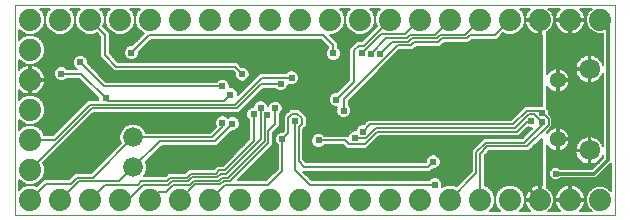
<source format=gbl>
G75*
%MOIN*%
%OFA0B0*%
%FSLAX25Y25*%
%IPPOS*%
%LPD*%
%AMOC8*
5,1,8,0,0,1.08239X$1,22.5*
%
%ADD10C,0.00000*%
%ADD11C,0.06600*%
%ADD12C,0.07400*%
%ADD13C,0.06791*%
%ADD14C,0.05346*%
%ADD15C,0.00600*%
%ADD16C,0.02381*%
%ADD17C,0.01200*%
D10*
X0027595Y0221800D02*
X0027595Y0291800D01*
X0227595Y0291800D01*
X0227595Y0221800D01*
X0027595Y0221800D01*
D11*
X0066995Y0237600D03*
X0066995Y0247600D03*
D12*
X0032595Y0246800D03*
X0032595Y0236800D03*
X0032595Y0226800D03*
X0042595Y0226800D03*
X0052595Y0226800D03*
X0062595Y0226800D03*
X0072595Y0226800D03*
X0082595Y0226800D03*
X0092595Y0226800D03*
X0102595Y0226800D03*
X0112595Y0226800D03*
X0122595Y0226800D03*
X0132595Y0226800D03*
X0142595Y0226800D03*
X0152595Y0226800D03*
X0162595Y0226800D03*
X0172595Y0226800D03*
X0182595Y0226800D03*
X0192595Y0226800D03*
X0202595Y0226800D03*
X0212595Y0226800D03*
X0222595Y0226800D03*
X0222595Y0286800D03*
X0212595Y0286800D03*
X0202595Y0286800D03*
X0192595Y0286800D03*
X0182595Y0286800D03*
X0172595Y0286800D03*
X0162595Y0286800D03*
X0152595Y0286800D03*
X0142595Y0286800D03*
X0132595Y0286800D03*
X0122595Y0286800D03*
X0112595Y0286800D03*
X0102595Y0286800D03*
X0092595Y0286800D03*
X0082595Y0286800D03*
X0072595Y0286800D03*
X0062595Y0286800D03*
X0052595Y0286800D03*
X0042595Y0286800D03*
X0032595Y0286800D03*
X0032595Y0276800D03*
X0032595Y0266800D03*
X0032595Y0256800D03*
D13*
X0219098Y0270352D03*
X0219098Y0243226D03*
D14*
X0208468Y0246946D03*
X0208468Y0266631D03*
D15*
X0208768Y0266688D02*
X0216151Y0266688D01*
X0216038Y0266770D02*
X0216636Y0266336D01*
X0217295Y0266000D01*
X0217998Y0265772D01*
X0218728Y0265656D01*
X0218798Y0265656D01*
X0218798Y0270052D01*
X0219397Y0270052D01*
X0219397Y0265656D01*
X0219467Y0265656D01*
X0220197Y0265772D01*
X0220900Y0266000D01*
X0221559Y0266336D01*
X0222157Y0266770D01*
X0222679Y0267293D01*
X0223114Y0267891D01*
X0223449Y0268549D01*
X0223595Y0268999D01*
X0223595Y0244579D01*
X0223449Y0245028D01*
X0223114Y0245687D01*
X0222679Y0246285D01*
X0222157Y0246808D01*
X0221559Y0247242D01*
X0220900Y0247578D01*
X0220197Y0247806D01*
X0219467Y0247922D01*
X0219397Y0247922D01*
X0219397Y0243526D01*
X0218798Y0243526D01*
X0218798Y0247922D01*
X0218728Y0247922D01*
X0217998Y0247806D01*
X0217295Y0247578D01*
X0216636Y0247242D01*
X0216038Y0246808D01*
X0215516Y0246285D01*
X0215081Y0245687D01*
X0214746Y0245028D01*
X0214517Y0244326D01*
X0214402Y0243596D01*
X0214402Y0243526D01*
X0218797Y0243526D01*
X0218797Y0242926D01*
X0214402Y0242926D01*
X0214402Y0242856D01*
X0214517Y0242126D01*
X0214746Y0241423D01*
X0215081Y0240765D01*
X0215516Y0240167D01*
X0216038Y0239644D01*
X0216636Y0239210D01*
X0217295Y0238874D01*
X0217998Y0238646D01*
X0218728Y0238530D01*
X0218798Y0238530D01*
X0218798Y0242926D01*
X0219397Y0242926D01*
X0219397Y0238530D01*
X0219467Y0238530D01*
X0220197Y0238646D01*
X0220900Y0238874D01*
X0221559Y0239210D01*
X0222157Y0239644D01*
X0222679Y0240167D01*
X0223114Y0240765D01*
X0223449Y0241423D01*
X0223595Y0241873D01*
X0223595Y0240621D01*
X0219974Y0237000D01*
X0209252Y0237000D01*
X0208661Y0237591D01*
X0206929Y0237591D01*
X0205705Y0236366D01*
X0205705Y0234634D01*
X0206929Y0233409D01*
X0208661Y0233409D01*
X0209252Y0234000D01*
X0221216Y0234000D01*
X0226295Y0239079D01*
X0226295Y0229605D01*
X0225201Y0230700D01*
X0223510Y0231400D01*
X0221680Y0231400D01*
X0219989Y0230700D01*
X0218695Y0229406D01*
X0217995Y0227715D01*
X0217995Y0225885D01*
X0218695Y0224194D01*
X0219790Y0223100D01*
X0215966Y0223100D01*
X0216409Y0223543D01*
X0216872Y0224179D01*
X0217229Y0224881D01*
X0217472Y0225629D01*
X0217595Y0226406D01*
X0217595Y0226500D01*
X0212895Y0226500D01*
X0212895Y0227100D01*
X0212295Y0227100D01*
X0212295Y0226500D01*
X0207595Y0226500D01*
X0207595Y0226406D01*
X0207718Y0225629D01*
X0207961Y0224881D01*
X0208319Y0224179D01*
X0208781Y0223543D01*
X0209224Y0223100D01*
X0205400Y0223100D01*
X0206495Y0224194D01*
X0207195Y0225885D01*
X0207195Y0227715D01*
X0206495Y0229406D01*
X0205201Y0230700D01*
X0204995Y0230785D01*
X0204995Y0244992D01*
X0205381Y0244414D01*
X0205935Y0243860D01*
X0206586Y0243425D01*
X0207309Y0243126D01*
X0208076Y0242973D01*
X0208168Y0242973D01*
X0208168Y0246646D01*
X0208768Y0246646D01*
X0208768Y0247246D01*
X0212441Y0247246D01*
X0212441Y0247338D01*
X0212288Y0248105D01*
X0211989Y0248828D01*
X0211554Y0249479D01*
X0211000Y0250033D01*
X0210350Y0250467D01*
X0209627Y0250767D01*
X0208859Y0250920D01*
X0208768Y0250920D01*
X0208768Y0247247D01*
X0208168Y0247247D01*
X0208168Y0250920D01*
X0208076Y0250920D01*
X0207309Y0250767D01*
X0206586Y0250467D01*
X0205935Y0250033D01*
X0205381Y0249479D01*
X0204995Y0248901D01*
X0204995Y0249546D01*
X0206686Y0251237D01*
X0206686Y0254206D01*
X0205445Y0255447D01*
X0205445Y0256588D01*
X0204995Y0257038D01*
X0204995Y0264677D01*
X0205381Y0264099D01*
X0205935Y0263545D01*
X0206586Y0263110D01*
X0207309Y0262811D01*
X0208076Y0262658D01*
X0208168Y0262658D01*
X0208168Y0266331D01*
X0208768Y0266331D01*
X0208768Y0266931D01*
X0212441Y0266931D01*
X0212441Y0267023D01*
X0212288Y0267790D01*
X0211989Y0268514D01*
X0211554Y0269164D01*
X0211000Y0269718D01*
X0210350Y0270153D01*
X0209627Y0270452D01*
X0208859Y0270605D01*
X0208768Y0270605D01*
X0208768Y0266932D01*
X0208168Y0266932D01*
X0208168Y0270605D01*
X0208076Y0270605D01*
X0207309Y0270452D01*
X0206586Y0270153D01*
X0205935Y0269718D01*
X0205381Y0269164D01*
X0204995Y0268586D01*
X0204995Y0282815D01*
X0205201Y0282900D01*
X0206495Y0284194D01*
X0207195Y0285885D01*
X0207195Y0287715D01*
X0206495Y0289406D01*
X0205400Y0290500D01*
X0209224Y0290500D01*
X0208781Y0290057D01*
X0208319Y0289421D01*
X0207961Y0288719D01*
X0207718Y0287971D01*
X0207595Y0287194D01*
X0207595Y0287100D01*
X0212295Y0287100D01*
X0212295Y0286500D01*
X0207595Y0286500D01*
X0207595Y0286406D01*
X0207718Y0285629D01*
X0207961Y0284881D01*
X0208319Y0284179D01*
X0208781Y0283543D01*
X0209338Y0282986D01*
X0209975Y0282524D01*
X0210676Y0282166D01*
X0211424Y0281923D01*
X0212202Y0281800D01*
X0212295Y0281800D01*
X0212295Y0286500D01*
X0212895Y0286500D01*
X0212895Y0281800D01*
X0212989Y0281800D01*
X0213766Y0281923D01*
X0214514Y0282166D01*
X0215216Y0282524D01*
X0215852Y0282986D01*
X0216409Y0283543D01*
X0216872Y0284179D01*
X0217229Y0284881D01*
X0217472Y0285629D01*
X0217595Y0286406D01*
X0217595Y0286500D01*
X0212895Y0286500D01*
X0212895Y0287100D01*
X0217595Y0287100D01*
X0217595Y0287194D01*
X0217472Y0287971D01*
X0217229Y0288719D01*
X0216872Y0289421D01*
X0216409Y0290057D01*
X0215966Y0290500D01*
X0219790Y0290500D01*
X0218695Y0289406D01*
X0217995Y0287715D01*
X0217995Y0285885D01*
X0218695Y0284194D01*
X0219989Y0282900D01*
X0221680Y0282200D01*
X0223510Y0282200D01*
X0223595Y0282235D01*
X0223595Y0271705D01*
X0223449Y0272154D01*
X0223114Y0272813D01*
X0222679Y0273411D01*
X0222157Y0273934D01*
X0221559Y0274368D01*
X0220900Y0274704D01*
X0220197Y0274932D01*
X0219467Y0275048D01*
X0219397Y0275048D01*
X0219397Y0270652D01*
X0218798Y0270652D01*
X0218798Y0275048D01*
X0218728Y0275048D01*
X0217998Y0274932D01*
X0217295Y0274704D01*
X0216636Y0274368D01*
X0216038Y0273934D01*
X0215516Y0273411D01*
X0215081Y0272813D01*
X0214746Y0272154D01*
X0214517Y0271452D01*
X0214402Y0270722D01*
X0214402Y0270652D01*
X0218797Y0270652D01*
X0218797Y0270052D01*
X0214402Y0270052D01*
X0214402Y0269982D01*
X0214517Y0269252D01*
X0214746Y0268549D01*
X0215081Y0267891D01*
X0215516Y0267293D01*
X0216038Y0266770D01*
X0215522Y0267287D02*
X0212388Y0267287D01*
X0212249Y0267885D02*
X0215085Y0267885D01*
X0214779Y0268484D02*
X0212001Y0268484D01*
X0211608Y0269082D02*
X0214573Y0269082D01*
X0214450Y0269681D02*
X0211037Y0269681D01*
X0210043Y0270279D02*
X0218797Y0270279D01*
X0218798Y0269681D02*
X0219397Y0269681D01*
X0219397Y0269082D02*
X0218798Y0269082D01*
X0218798Y0268484D02*
X0219397Y0268484D01*
X0219397Y0267885D02*
X0218798Y0267885D01*
X0218798Y0267287D02*
X0219397Y0267287D01*
X0219397Y0266688D02*
X0218798Y0266688D01*
X0218798Y0266090D02*
X0219397Y0266090D01*
X0221076Y0266090D02*
X0223595Y0266090D01*
X0223595Y0266688D02*
X0222044Y0266688D01*
X0222673Y0267287D02*
X0223595Y0267287D01*
X0223595Y0267885D02*
X0223110Y0267885D01*
X0223416Y0268484D02*
X0223595Y0268484D01*
X0223595Y0265491D02*
X0212292Y0265491D01*
X0212288Y0265473D02*
X0212441Y0266240D01*
X0212441Y0266331D01*
X0208768Y0266331D01*
X0208768Y0262658D01*
X0208859Y0262658D01*
X0209627Y0262811D01*
X0210350Y0263110D01*
X0211000Y0263545D01*
X0211554Y0264099D01*
X0211989Y0264749D01*
X0212288Y0265473D01*
X0212048Y0264893D02*
X0223595Y0264893D01*
X0223595Y0264294D02*
X0211684Y0264294D01*
X0211151Y0263696D02*
X0223595Y0263696D01*
X0223595Y0263097D02*
X0210318Y0263097D01*
X0208768Y0263097D02*
X0208168Y0263097D01*
X0208168Y0263696D02*
X0208768Y0263696D01*
X0208768Y0264294D02*
X0208168Y0264294D01*
X0208168Y0264893D02*
X0208768Y0264893D01*
X0208768Y0265491D02*
X0208168Y0265491D01*
X0208168Y0266090D02*
X0208768Y0266090D01*
X0208768Y0267287D02*
X0208168Y0267287D01*
X0208168Y0267885D02*
X0208768Y0267885D01*
X0208768Y0268484D02*
X0208168Y0268484D01*
X0208168Y0269082D02*
X0208768Y0269082D01*
X0208768Y0269681D02*
X0208168Y0269681D01*
X0208168Y0270279D02*
X0208768Y0270279D01*
X0206892Y0270279D02*
X0204995Y0270279D01*
X0204995Y0269681D02*
X0205898Y0269681D01*
X0205327Y0269082D02*
X0204995Y0269082D01*
X0204995Y0270878D02*
X0214427Y0270878D01*
X0214526Y0271476D02*
X0204995Y0271476D01*
X0204995Y0272075D02*
X0214720Y0272075D01*
X0215010Y0272673D02*
X0204995Y0272673D01*
X0204995Y0273272D02*
X0215415Y0273272D01*
X0215975Y0273870D02*
X0204995Y0273870D01*
X0204995Y0274469D02*
X0216835Y0274469D01*
X0218798Y0274469D02*
X0219397Y0274469D01*
X0219397Y0273870D02*
X0218798Y0273870D01*
X0218798Y0273272D02*
X0219397Y0273272D01*
X0219397Y0272673D02*
X0218798Y0272673D01*
X0218798Y0272075D02*
X0219397Y0272075D01*
X0219397Y0271476D02*
X0218798Y0271476D01*
X0218798Y0270878D02*
X0219397Y0270878D01*
X0221360Y0274469D02*
X0223595Y0274469D01*
X0223595Y0273870D02*
X0222220Y0273870D01*
X0222780Y0273272D02*
X0223595Y0273272D01*
X0223595Y0272673D02*
X0223185Y0272673D01*
X0223475Y0272075D02*
X0223595Y0272075D01*
X0223595Y0275068D02*
X0204995Y0275068D01*
X0204995Y0275666D02*
X0223595Y0275666D01*
X0223595Y0276265D02*
X0204995Y0276265D01*
X0204995Y0276863D02*
X0223595Y0276863D01*
X0223595Y0277462D02*
X0204995Y0277462D01*
X0204995Y0278060D02*
X0223595Y0278060D01*
X0223595Y0278659D02*
X0204995Y0278659D01*
X0204995Y0279257D02*
X0223595Y0279257D01*
X0223595Y0279856D02*
X0204995Y0279856D01*
X0204995Y0280454D02*
X0223595Y0280454D01*
X0223595Y0281053D02*
X0204995Y0281053D01*
X0204995Y0281651D02*
X0223595Y0281651D01*
X0221560Y0282250D02*
X0214678Y0282250D01*
X0215662Y0282848D02*
X0220115Y0282848D01*
X0219443Y0283447D02*
X0216313Y0283447D01*
X0216774Y0284045D02*
X0218845Y0284045D01*
X0218509Y0284644D02*
X0217108Y0284644D01*
X0217346Y0285242D02*
X0218261Y0285242D01*
X0218013Y0285841D02*
X0217506Y0285841D01*
X0217595Y0286439D02*
X0217995Y0286439D01*
X0217995Y0287038D02*
X0212895Y0287038D01*
X0212895Y0286439D02*
X0212295Y0286439D01*
X0212295Y0285841D02*
X0212895Y0285841D01*
X0212895Y0285242D02*
X0212295Y0285242D01*
X0212295Y0284644D02*
X0212895Y0284644D01*
X0212895Y0284045D02*
X0212295Y0284045D01*
X0212295Y0283447D02*
X0212895Y0283447D01*
X0212895Y0282848D02*
X0212295Y0282848D01*
X0212295Y0282250D02*
X0212895Y0282250D01*
X0210512Y0282250D02*
X0204995Y0282250D01*
X0205075Y0282848D02*
X0209528Y0282848D01*
X0208877Y0283447D02*
X0205747Y0283447D01*
X0206346Y0284045D02*
X0208416Y0284045D01*
X0208082Y0284644D02*
X0206681Y0284644D01*
X0206929Y0285242D02*
X0207844Y0285242D01*
X0207685Y0285841D02*
X0207177Y0285841D01*
X0207195Y0286439D02*
X0207595Y0286439D01*
X0207195Y0287038D02*
X0212295Y0287038D01*
X0208762Y0290030D02*
X0205870Y0290030D01*
X0206469Y0289432D02*
X0208327Y0289432D01*
X0208020Y0288833D02*
X0206732Y0288833D01*
X0206980Y0288235D02*
X0207804Y0288235D01*
X0207665Y0287636D02*
X0207195Y0287636D01*
X0202895Y0286500D02*
X0202895Y0281800D01*
X0202989Y0281800D01*
X0203095Y0281817D01*
X0203095Y0258213D01*
X0202859Y0258213D01*
X0202640Y0258122D01*
X0197654Y0258122D01*
X0193032Y0253500D01*
X0145332Y0253500D01*
X0144395Y0252563D01*
X0143823Y0251991D01*
X0143100Y0251991D01*
X0142184Y0251611D01*
X0141484Y0250911D01*
X0141105Y0249995D01*
X0141105Y0249891D01*
X0140500Y0249891D01*
X0139584Y0249511D01*
X0138884Y0248811D01*
X0138522Y0247936D01*
X0138258Y0248200D01*
X0130717Y0248200D01*
X0130206Y0248711D01*
X0129291Y0249091D01*
X0128300Y0249091D01*
X0127384Y0248711D01*
X0126684Y0248011D01*
X0126305Y0247095D01*
X0126305Y0246105D01*
X0126684Y0245189D01*
X0127384Y0244489D01*
X0128300Y0244109D01*
X0129291Y0244109D01*
X0130206Y0244489D01*
X0130717Y0245000D01*
X0136932Y0245000D01*
X0137295Y0244637D01*
X0138232Y0243700D01*
X0144758Y0243700D01*
X0148958Y0247900D01*
X0195458Y0247900D01*
X0196395Y0248837D01*
X0198540Y0250983D01*
X0199200Y0250709D01*
X0199998Y0250709D01*
X0196689Y0247400D01*
X0183898Y0247400D01*
X0182961Y0246463D01*
X0179795Y0243297D01*
X0179795Y0236263D01*
X0174822Y0231290D01*
X0173590Y0231800D01*
X0171601Y0231800D01*
X0170020Y0231145D01*
X0170086Y0231305D01*
X0170086Y0232295D01*
X0169707Y0233211D01*
X0169006Y0233911D01*
X0168091Y0234291D01*
X0167100Y0234291D01*
X0166184Y0233911D01*
X0165673Y0233400D01*
X0126458Y0233400D01*
X0123658Y0236200D01*
X0166058Y0236200D01*
X0166767Y0236909D01*
X0167491Y0236909D01*
X0168406Y0237289D01*
X0169107Y0237989D01*
X0169486Y0238905D01*
X0169486Y0239895D01*
X0169107Y0240811D01*
X0168406Y0241511D01*
X0167491Y0241891D01*
X0166500Y0241891D01*
X0165584Y0241511D01*
X0164884Y0240811D01*
X0164505Y0239895D01*
X0164505Y0239400D01*
X0124658Y0239400D01*
X0123695Y0240363D01*
X0123695Y0250381D01*
X0124786Y0251471D01*
X0124786Y0254572D01*
X0123848Y0255509D01*
X0122367Y0256991D01*
X0119366Y0256991D01*
X0118429Y0256053D01*
X0118042Y0255666D01*
X0117105Y0254729D01*
X0117105Y0249672D01*
X0116923Y0249491D01*
X0116200Y0249491D01*
X0115284Y0249111D01*
X0114584Y0248411D01*
X0114205Y0247495D01*
X0114205Y0246505D01*
X0114584Y0245589D01*
X0115095Y0245078D01*
X0115095Y0237163D01*
X0111332Y0233400D01*
X0101858Y0233400D01*
X0112658Y0244200D01*
X0113595Y0245137D01*
X0113595Y0249181D01*
X0115886Y0251471D01*
X0115886Y0255368D01*
X0116407Y0255889D01*
X0116786Y0256805D01*
X0116786Y0257795D01*
X0116407Y0258711D01*
X0115706Y0259411D01*
X0114791Y0259791D01*
X0113800Y0259791D01*
X0112884Y0259411D01*
X0112184Y0258711D01*
X0111916Y0258064D01*
X0111607Y0258811D01*
X0110906Y0259511D01*
X0109991Y0259891D01*
X0109000Y0259891D01*
X0108084Y0259511D01*
X0107384Y0258811D01*
X0107005Y0257895D01*
X0107005Y0257791D01*
X0106700Y0257791D01*
X0105784Y0257411D01*
X0105084Y0256711D01*
X0104705Y0255795D01*
X0104705Y0254805D01*
X0105084Y0253889D01*
X0105595Y0253378D01*
X0105595Y0246963D01*
X0096832Y0238200D01*
X0094944Y0238200D01*
X0094007Y0237263D01*
X0093844Y0237100D01*
X0085541Y0237100D01*
X0084604Y0236163D01*
X0084604Y0236163D01*
X0084241Y0235800D01*
X0078732Y0235800D01*
X0077795Y0234863D01*
X0077795Y0234863D01*
X0077532Y0234600D01*
X0070500Y0234600D01*
X0070895Y0234994D01*
X0071595Y0236685D01*
X0071595Y0238515D01*
X0071179Y0239521D01*
X0076458Y0244800D01*
X0094858Y0244800D01*
X0099767Y0249709D01*
X0100491Y0249709D01*
X0101406Y0250089D01*
X0102107Y0250789D01*
X0102486Y0251705D01*
X0102486Y0252695D01*
X0102107Y0253611D01*
X0101406Y0254311D01*
X0100491Y0254691D01*
X0099500Y0254691D01*
X0098584Y0254311D01*
X0098445Y0254172D01*
X0098106Y0254511D01*
X0097191Y0254891D01*
X0096200Y0254891D01*
X0095284Y0254511D01*
X0094584Y0253811D01*
X0094205Y0252895D01*
X0094205Y0251905D01*
X0094566Y0251033D01*
X0092732Y0249200D01*
X0071311Y0249200D01*
X0070895Y0250206D01*
X0069601Y0251500D01*
X0067910Y0252200D01*
X0066080Y0252200D01*
X0064389Y0251500D01*
X0063095Y0250206D01*
X0062395Y0248515D01*
X0062395Y0246685D01*
X0062812Y0245679D01*
X0052932Y0235800D01*
X0047632Y0235800D01*
X0046695Y0234863D01*
X0045632Y0233800D01*
X0037332Y0233800D01*
X0036395Y0232863D01*
X0034822Y0231290D01*
X0033590Y0231800D01*
X0035427Y0232561D01*
X0036834Y0233968D01*
X0037595Y0235805D01*
X0037595Y0237795D01*
X0037085Y0239027D01*
X0053758Y0255700D01*
X0102158Y0255700D01*
X0110258Y0263800D01*
X0114273Y0263800D01*
X0114784Y0263289D01*
X0115700Y0262909D01*
X0116691Y0262909D01*
X0117606Y0263289D01*
X0118307Y0263989D01*
X0118686Y0264905D01*
X0118686Y0265164D01*
X0119300Y0264909D01*
X0120291Y0264909D01*
X0121206Y0265289D01*
X0121907Y0265989D01*
X0122286Y0266905D01*
X0122286Y0267895D01*
X0121907Y0268811D01*
X0121206Y0269511D01*
X0120291Y0269891D01*
X0119300Y0269891D01*
X0118384Y0269511D01*
X0117973Y0269100D01*
X0109232Y0269100D01*
X0101886Y0261753D01*
X0101886Y0262295D01*
X0101507Y0263211D01*
X0100806Y0263911D01*
X0099891Y0264291D01*
X0099186Y0264291D01*
X0099186Y0265095D01*
X0098807Y0266011D01*
X0098106Y0266711D01*
X0097191Y0267091D01*
X0096200Y0267091D01*
X0095284Y0266711D01*
X0094773Y0266200D01*
X0058058Y0266200D01*
X0051886Y0272372D01*
X0051886Y0273095D01*
X0051507Y0274011D01*
X0050806Y0274711D01*
X0049891Y0275091D01*
X0048900Y0275091D01*
X0047984Y0274711D01*
X0047284Y0274011D01*
X0046905Y0273095D01*
X0046905Y0272105D01*
X0047284Y0271189D01*
X0047984Y0270489D01*
X0048198Y0270400D01*
X0044917Y0270400D01*
X0044406Y0270911D01*
X0043491Y0271291D01*
X0042500Y0271291D01*
X0041584Y0270911D01*
X0040884Y0270211D01*
X0040505Y0269295D01*
X0040505Y0268305D01*
X0040884Y0267389D01*
X0041584Y0266689D01*
X0042500Y0266309D01*
X0043491Y0266309D01*
X0044406Y0266689D01*
X0044917Y0267200D01*
X0048932Y0267200D01*
X0055305Y0260828D01*
X0055305Y0260105D01*
X0036361Y0260105D01*
X0036834Y0259632D02*
X0035427Y0261039D01*
X0033590Y0261800D01*
X0031601Y0261800D01*
X0029763Y0261039D01*
X0028895Y0260171D01*
X0028895Y0263429D01*
X0029338Y0262986D01*
X0029975Y0262524D01*
X0030676Y0262166D01*
X0031424Y0261923D01*
X0032202Y0261800D01*
X0032295Y0261800D01*
X0032295Y0266500D01*
X0032895Y0266500D01*
X0032895Y0261800D01*
X0032989Y0261800D01*
X0033766Y0261923D01*
X0034514Y0262166D01*
X0035216Y0262524D01*
X0035852Y0262986D01*
X0036409Y0263543D01*
X0036872Y0264179D01*
X0037229Y0264881D01*
X0037472Y0265629D01*
X0037595Y0266406D01*
X0037595Y0266500D01*
X0032895Y0266500D01*
X0032895Y0267100D01*
X0032295Y0267100D01*
X0032295Y0271800D01*
X0032202Y0271800D01*
X0031424Y0271677D01*
X0030676Y0271434D01*
X0029975Y0271076D01*
X0029338Y0270614D01*
X0028895Y0270171D01*
X0028895Y0273429D01*
X0029763Y0272561D01*
X0031601Y0271800D01*
X0033590Y0271800D01*
X0035427Y0272561D01*
X0036834Y0273968D01*
X0037595Y0275805D01*
X0037595Y0277795D01*
X0036834Y0279632D01*
X0035427Y0281039D01*
X0033590Y0281800D01*
X0035427Y0282561D01*
X0036834Y0283968D01*
X0037595Y0285805D01*
X0038356Y0283968D01*
X0039763Y0282561D01*
X0041601Y0281800D01*
X0043590Y0281800D01*
X0045427Y0282561D01*
X0046834Y0283968D01*
X0047595Y0285805D01*
X0048356Y0283968D01*
X0049763Y0282561D01*
X0051601Y0281800D01*
X0053590Y0281800D01*
X0054822Y0282310D01*
X0055995Y0281137D01*
X0055995Y0274337D01*
X0060732Y0269600D01*
X0100132Y0269600D01*
X0100805Y0268928D01*
X0100805Y0268205D01*
X0101184Y0267289D01*
X0101884Y0266589D01*
X0102800Y0266209D01*
X0103791Y0266209D01*
X0104706Y0266589D01*
X0105407Y0267289D01*
X0105786Y0268205D01*
X0105786Y0269195D01*
X0105407Y0270111D01*
X0104706Y0270811D01*
X0103791Y0271191D01*
X0103067Y0271191D01*
X0101458Y0272800D01*
X0062058Y0272800D01*
X0059195Y0275663D01*
X0059195Y0282463D01*
X0058258Y0283400D01*
X0057085Y0284573D01*
X0057595Y0285805D01*
X0058356Y0283968D01*
X0059763Y0282561D01*
X0061601Y0281800D01*
X0063590Y0281800D01*
X0065427Y0282561D01*
X0066834Y0283968D01*
X0067595Y0285805D01*
X0068356Y0283968D01*
X0069763Y0282561D01*
X0070562Y0282230D01*
X0066623Y0278291D01*
X0065900Y0278291D01*
X0064984Y0277911D01*
X0064284Y0277211D01*
X0063905Y0276295D01*
X0063905Y0275305D01*
X0064284Y0274389D01*
X0064984Y0273689D01*
X0065900Y0273309D01*
X0066891Y0273309D01*
X0067806Y0273689D01*
X0068507Y0274389D01*
X0068886Y0275305D01*
X0068886Y0276028D01*
X0073058Y0280200D01*
X0129732Y0280200D01*
X0132086Y0277847D01*
X0132086Y0277522D01*
X0131574Y0277011D01*
X0131195Y0276095D01*
X0131195Y0275105D01*
X0131574Y0274189D01*
X0132275Y0273489D01*
X0133190Y0273109D01*
X0134181Y0273109D01*
X0135096Y0273489D01*
X0135797Y0274189D01*
X0136176Y0275105D01*
X0136176Y0276095D01*
X0135797Y0277011D01*
X0135286Y0277522D01*
X0135286Y0279172D01*
X0132658Y0281800D01*
X0133590Y0281800D01*
X0135427Y0282561D01*
X0136834Y0283968D01*
X0137595Y0285805D01*
X0138356Y0283968D01*
X0139763Y0282561D01*
X0141601Y0281800D01*
X0143590Y0281800D01*
X0145427Y0282561D01*
X0146834Y0283968D01*
X0147595Y0285805D01*
X0148106Y0284573D01*
X0143232Y0279700D01*
X0141432Y0279700D01*
X0140495Y0278763D01*
X0139932Y0278200D01*
X0138995Y0277263D01*
X0138995Y0266863D01*
X0134823Y0262691D01*
X0134100Y0262691D01*
X0133184Y0262311D01*
X0132484Y0261611D01*
X0132105Y0260695D01*
X0132105Y0259705D01*
X0132484Y0258789D01*
X0133184Y0258089D01*
X0134100Y0257709D01*
X0135042Y0257709D01*
X0134705Y0256895D01*
X0134705Y0255905D01*
X0135084Y0254989D01*
X0135784Y0254289D01*
X0136700Y0253909D01*
X0137691Y0253909D01*
X0138606Y0254289D01*
X0139307Y0254989D01*
X0139686Y0255905D01*
X0139686Y0256895D01*
X0139307Y0257811D01*
X0138795Y0258322D01*
X0138795Y0259737D01*
X0155758Y0276700D01*
X0160158Y0276700D01*
X0161258Y0277800D01*
X0169258Y0277800D01*
X0170458Y0279000D01*
X0178758Y0279000D01*
X0179958Y0280200D01*
X0188258Y0280200D01*
X0190368Y0282310D01*
X0191601Y0281800D01*
X0193590Y0281800D01*
X0195427Y0282561D01*
X0196834Y0283968D01*
X0197595Y0285805D01*
X0197595Y0287795D01*
X0196834Y0289632D01*
X0195966Y0290500D01*
X0199224Y0290500D01*
X0198781Y0290057D01*
X0198319Y0289421D01*
X0197961Y0288719D01*
X0197718Y0287971D01*
X0197595Y0287194D01*
X0197595Y0287100D01*
X0202295Y0287100D01*
X0202295Y0286500D01*
X0197595Y0286500D01*
X0197595Y0286406D01*
X0197718Y0285629D01*
X0197961Y0284881D01*
X0198319Y0284179D01*
X0198781Y0283543D01*
X0199338Y0282986D01*
X0199975Y0282524D01*
X0200676Y0282166D01*
X0201424Y0281923D01*
X0202202Y0281800D01*
X0202295Y0281800D01*
X0202295Y0286500D01*
X0202895Y0286500D01*
X0202895Y0286439D02*
X0202295Y0286439D01*
X0202295Y0285841D02*
X0202895Y0285841D01*
X0202895Y0285242D02*
X0202295Y0285242D01*
X0202295Y0284644D02*
X0202895Y0284644D01*
X0202895Y0284045D02*
X0202295Y0284045D01*
X0202295Y0283447D02*
X0202895Y0283447D01*
X0202895Y0282848D02*
X0202295Y0282848D01*
X0202295Y0282250D02*
X0202895Y0282250D01*
X0203095Y0281651D02*
X0189709Y0281651D01*
X0189110Y0281053D02*
X0203095Y0281053D01*
X0203095Y0280454D02*
X0188512Y0280454D01*
X0187595Y0281800D02*
X0192595Y0286800D01*
X0197165Y0288833D02*
X0198020Y0288833D01*
X0197804Y0288235D02*
X0197413Y0288235D01*
X0197595Y0287636D02*
X0197665Y0287636D01*
X0197595Y0287038D02*
X0202295Y0287038D01*
X0198762Y0290030D02*
X0196436Y0290030D01*
X0196917Y0289432D02*
X0198327Y0289432D01*
X0197595Y0286439D02*
X0197595Y0286439D01*
X0197595Y0285841D02*
X0197685Y0285841D01*
X0197844Y0285242D02*
X0197362Y0285242D01*
X0197114Y0284644D02*
X0198082Y0284644D01*
X0198416Y0284045D02*
X0196866Y0284045D01*
X0196313Y0283447D02*
X0198877Y0283447D01*
X0199528Y0282848D02*
X0195714Y0282848D01*
X0194675Y0282250D02*
X0200512Y0282250D01*
X0203095Y0279856D02*
X0179613Y0279856D01*
X0179015Y0279257D02*
X0203095Y0279257D01*
X0203095Y0278659D02*
X0170116Y0278659D01*
X0169518Y0278060D02*
X0203095Y0278060D01*
X0203095Y0277462D02*
X0160919Y0277462D01*
X0160321Y0276863D02*
X0203095Y0276863D01*
X0203095Y0276265D02*
X0155322Y0276265D01*
X0154724Y0275666D02*
X0203095Y0275666D01*
X0203095Y0275068D02*
X0154125Y0275068D01*
X0153527Y0274469D02*
X0203095Y0274469D01*
X0203095Y0273870D02*
X0152928Y0273870D01*
X0152330Y0273272D02*
X0203095Y0273272D01*
X0203095Y0272673D02*
X0151731Y0272673D01*
X0151133Y0272075D02*
X0203095Y0272075D01*
X0203095Y0271476D02*
X0150534Y0271476D01*
X0149936Y0270878D02*
X0203095Y0270878D01*
X0203095Y0270279D02*
X0149337Y0270279D01*
X0148739Y0269681D02*
X0203095Y0269681D01*
X0203095Y0269082D02*
X0148140Y0269082D01*
X0147542Y0268484D02*
X0203095Y0268484D01*
X0203095Y0267885D02*
X0146943Y0267885D01*
X0146345Y0267287D02*
X0203095Y0267287D01*
X0203095Y0266688D02*
X0145746Y0266688D01*
X0145148Y0266090D02*
X0203095Y0266090D01*
X0203095Y0265491D02*
X0144549Y0265491D01*
X0143951Y0264893D02*
X0203095Y0264893D01*
X0203095Y0264294D02*
X0143352Y0264294D01*
X0142754Y0263696D02*
X0203095Y0263696D01*
X0203095Y0263097D02*
X0142155Y0263097D01*
X0141557Y0262499D02*
X0203095Y0262499D01*
X0203095Y0261900D02*
X0140958Y0261900D01*
X0140360Y0261302D02*
X0203095Y0261302D01*
X0203095Y0260703D02*
X0139761Y0260703D01*
X0139163Y0260105D02*
X0203095Y0260105D01*
X0203095Y0259506D02*
X0138795Y0259506D01*
X0138795Y0258908D02*
X0203095Y0258908D01*
X0203095Y0258309D02*
X0138808Y0258309D01*
X0139348Y0257711D02*
X0197243Y0257711D01*
X0196645Y0257112D02*
X0139596Y0257112D01*
X0139686Y0256514D02*
X0196046Y0256514D01*
X0195448Y0255915D02*
X0139686Y0255915D01*
X0139442Y0255317D02*
X0194849Y0255317D01*
X0194251Y0254718D02*
X0139035Y0254718D01*
X0138198Y0254120D02*
X0193652Y0254120D01*
X0193054Y0253521D02*
X0124786Y0253521D01*
X0124786Y0252923D02*
X0144755Y0252923D01*
X0144156Y0252324D02*
X0124786Y0252324D01*
X0124786Y0251726D02*
X0142460Y0251726D01*
X0141700Y0251127D02*
X0124441Y0251127D01*
X0123843Y0250529D02*
X0141325Y0250529D01*
X0141105Y0249930D02*
X0123695Y0249930D01*
X0123695Y0249332D02*
X0139404Y0249332D01*
X0138852Y0248733D02*
X0130154Y0248733D01*
X0128795Y0246600D02*
X0137595Y0246600D01*
X0138895Y0245300D01*
X0144095Y0245300D01*
X0148295Y0249500D01*
X0194795Y0249500D01*
X0198495Y0253200D01*
X0199695Y0253200D01*
X0198829Y0255291D02*
X0200705Y0255291D01*
X0203295Y0252700D01*
X0203286Y0252691D01*
X0203286Y0251734D01*
X0197352Y0245800D01*
X0184561Y0245800D01*
X0181395Y0242634D01*
X0181395Y0235600D01*
X0172595Y0226800D01*
X0170577Y0231376D02*
X0170086Y0231376D01*
X0170086Y0231975D02*
X0175507Y0231975D01*
X0176106Y0232573D02*
X0169971Y0232573D01*
X0169723Y0233172D02*
X0176704Y0233172D01*
X0177303Y0233770D02*
X0169147Y0233770D01*
X0167595Y0231800D02*
X0156595Y0231800D01*
X0125795Y0231800D01*
X0120895Y0236700D01*
X0120895Y0253100D01*
X0122095Y0251044D02*
X0122095Y0239700D01*
X0123995Y0237800D01*
X0165395Y0237800D01*
X0166995Y0239400D01*
X0164694Y0240354D02*
X0123704Y0240354D01*
X0123695Y0240952D02*
X0165025Y0240952D01*
X0165680Y0241551D02*
X0123695Y0241551D01*
X0123695Y0242149D02*
X0179795Y0242149D01*
X0179795Y0241551D02*
X0168311Y0241551D01*
X0168965Y0240952D02*
X0179795Y0240952D01*
X0179795Y0240354D02*
X0169296Y0240354D01*
X0169486Y0239755D02*
X0179795Y0239755D01*
X0179795Y0239157D02*
X0169486Y0239157D01*
X0169342Y0238558D02*
X0179795Y0238558D01*
X0179795Y0237960D02*
X0169077Y0237960D01*
X0168479Y0237361D02*
X0179795Y0237361D01*
X0179795Y0236763D02*
X0166621Y0236763D01*
X0166043Y0233770D02*
X0126088Y0233770D01*
X0125489Y0234369D02*
X0177901Y0234369D01*
X0178500Y0234967D02*
X0124891Y0234967D01*
X0124292Y0235566D02*
X0179098Y0235566D01*
X0179697Y0236164D02*
X0123694Y0236164D01*
X0124303Y0239755D02*
X0164505Y0239755D01*
X0174613Y0231376D02*
X0174909Y0231376D01*
X0182595Y0226800D02*
X0182595Y0242137D01*
X0185047Y0244589D01*
X0197395Y0244589D01*
X0198341Y0244589D01*
X0205486Y0251734D01*
X0205486Y0253709D01*
X0203473Y0255722D01*
X0203354Y0255722D01*
X0202554Y0256522D01*
X0198317Y0256522D01*
X0193695Y0251900D01*
X0145995Y0251900D01*
X0143595Y0249500D01*
X0144495Y0247400D02*
X0147795Y0250700D01*
X0194239Y0250700D01*
X0198829Y0255291D01*
X0198086Y0250529D02*
X0199817Y0250529D01*
X0199219Y0249930D02*
X0197488Y0249930D01*
X0196889Y0249332D02*
X0198620Y0249332D01*
X0198022Y0248733D02*
X0196291Y0248733D01*
X0195692Y0248134D02*
X0197423Y0248134D01*
X0196825Y0247536D02*
X0148594Y0247536D01*
X0147995Y0246937D02*
X0183436Y0246937D01*
X0182837Y0246339D02*
X0147397Y0246339D01*
X0146798Y0245740D02*
X0182239Y0245740D01*
X0181640Y0245142D02*
X0146200Y0245142D01*
X0145601Y0244543D02*
X0181042Y0244543D01*
X0180443Y0243945D02*
X0145003Y0243945D01*
X0144495Y0247400D02*
X0140995Y0247400D01*
X0138604Y0248134D02*
X0138323Y0248134D01*
X0137389Y0244543D02*
X0130261Y0244543D01*
X0127330Y0244543D02*
X0123695Y0244543D01*
X0123695Y0243945D02*
X0137987Y0243945D01*
X0126731Y0245142D02*
X0123695Y0245142D01*
X0123695Y0245740D02*
X0126455Y0245740D01*
X0126305Y0246339D02*
X0123695Y0246339D01*
X0123695Y0246937D02*
X0126305Y0246937D01*
X0126487Y0247536D02*
X0123695Y0247536D01*
X0123695Y0248134D02*
X0126807Y0248134D01*
X0127437Y0248733D02*
X0123695Y0248733D01*
X0122095Y0251044D02*
X0123186Y0252134D01*
X0123186Y0253909D01*
X0121705Y0255391D01*
X0120029Y0255391D01*
X0118705Y0254066D01*
X0118705Y0249009D01*
X0116695Y0247000D01*
X0116695Y0236500D01*
X0111995Y0231800D01*
X0097595Y0231800D01*
X0092595Y0226800D01*
X0095998Y0231900D02*
X0087695Y0231900D01*
X0082595Y0226800D01*
X0082595Y0231800D02*
X0085898Y0231800D01*
X0087198Y0233100D01*
X0095501Y0233100D01*
X0096601Y0234200D01*
X0098698Y0234200D01*
X0110795Y0246297D01*
X0110795Y0254300D01*
X0111695Y0255200D01*
X0109495Y0257400D02*
X0109495Y0246900D01*
X0097995Y0235400D01*
X0096104Y0235400D01*
X0095004Y0234300D01*
X0086701Y0234300D01*
X0085401Y0233000D01*
X0079895Y0233000D01*
X0078695Y0231800D01*
X0070195Y0231800D01*
X0065195Y0226800D01*
X0062595Y0226800D01*
X0057595Y0231800D02*
X0052595Y0226800D01*
X0057595Y0231800D02*
X0068495Y0231800D01*
X0069695Y0233000D01*
X0078195Y0233000D01*
X0079395Y0234200D01*
X0084904Y0234200D01*
X0086204Y0235500D01*
X0094507Y0235500D01*
X0095607Y0236600D01*
X0097495Y0236600D01*
X0107195Y0246300D01*
X0107195Y0255300D01*
X0104705Y0255317D02*
X0053374Y0255317D01*
X0052776Y0254718D02*
X0095783Y0254718D01*
X0094893Y0254120D02*
X0052177Y0254120D01*
X0051579Y0253521D02*
X0094464Y0253521D01*
X0094216Y0252923D02*
X0050980Y0252923D01*
X0050382Y0252324D02*
X0094205Y0252324D01*
X0094279Y0251726D02*
X0069055Y0251726D01*
X0069973Y0251127D02*
X0094527Y0251127D01*
X0094061Y0250529D02*
X0070572Y0250529D01*
X0071009Y0249930D02*
X0093462Y0249930D01*
X0092864Y0249332D02*
X0071257Y0249332D01*
X0066995Y0247600D02*
X0093395Y0247600D01*
X0096695Y0250900D01*
X0096695Y0252400D01*
X0097607Y0254718D02*
X0104740Y0254718D01*
X0104988Y0254120D02*
X0101598Y0254120D01*
X0102144Y0253521D02*
X0105452Y0253521D01*
X0105595Y0252923D02*
X0102392Y0252923D01*
X0102486Y0252324D02*
X0105595Y0252324D01*
X0105595Y0251726D02*
X0102486Y0251726D01*
X0102246Y0251127D02*
X0105595Y0251127D01*
X0105595Y0250529D02*
X0101846Y0250529D01*
X0101023Y0249930D02*
X0105595Y0249930D01*
X0105595Y0249332D02*
X0099389Y0249332D01*
X0098791Y0248733D02*
X0105595Y0248733D01*
X0105595Y0248134D02*
X0098192Y0248134D01*
X0097594Y0247536D02*
X0105595Y0247536D01*
X0105570Y0246937D02*
X0096995Y0246937D01*
X0096397Y0246339D02*
X0104971Y0246339D01*
X0104373Y0245740D02*
X0095798Y0245740D01*
X0095200Y0245142D02*
X0103774Y0245142D01*
X0103176Y0244543D02*
X0076201Y0244543D01*
X0075603Y0243945D02*
X0102577Y0243945D01*
X0101979Y0243346D02*
X0075004Y0243346D01*
X0074406Y0242748D02*
X0101380Y0242748D01*
X0100782Y0242149D02*
X0073807Y0242149D01*
X0073209Y0241551D02*
X0100183Y0241551D01*
X0099585Y0240952D02*
X0072610Y0240952D01*
X0072012Y0240354D02*
X0098986Y0240354D01*
X0098388Y0239755D02*
X0071413Y0239755D01*
X0071329Y0239157D02*
X0097789Y0239157D01*
X0097191Y0238558D02*
X0071577Y0238558D01*
X0071595Y0237960D02*
X0094704Y0237960D01*
X0094105Y0237361D02*
X0071595Y0237361D01*
X0071595Y0236763D02*
X0085204Y0236763D01*
X0084605Y0236164D02*
X0071379Y0236164D01*
X0071132Y0235566D02*
X0078498Y0235566D01*
X0077900Y0234967D02*
X0070868Y0234967D01*
X0066995Y0237600D02*
X0075795Y0246400D01*
X0094195Y0246400D01*
X0099995Y0252200D01*
X0102373Y0255915D02*
X0104754Y0255915D01*
X0105002Y0256514D02*
X0102972Y0256514D01*
X0103570Y0257112D02*
X0105485Y0257112D01*
X0106507Y0257711D02*
X0104169Y0257711D01*
X0104767Y0258309D02*
X0107176Y0258309D01*
X0107481Y0258908D02*
X0105366Y0258908D01*
X0105964Y0259506D02*
X0108079Y0259506D01*
X0107161Y0260703D02*
X0132108Y0260703D01*
X0132105Y0260105D02*
X0106563Y0260105D01*
X0107760Y0261302D02*
X0132356Y0261302D01*
X0132773Y0261900D02*
X0108358Y0261900D01*
X0108957Y0262499D02*
X0133637Y0262499D01*
X0135230Y0263097D02*
X0117144Y0263097D01*
X0118013Y0263696D02*
X0135828Y0263696D01*
X0136427Y0264294D02*
X0118433Y0264294D01*
X0118681Y0264893D02*
X0137025Y0264893D01*
X0137624Y0265491D02*
X0121409Y0265491D01*
X0121948Y0266090D02*
X0138222Y0266090D01*
X0138821Y0266688D02*
X0122196Y0266688D01*
X0122286Y0267287D02*
X0138995Y0267287D01*
X0138995Y0267885D02*
X0122286Y0267885D01*
X0122042Y0268484D02*
X0138995Y0268484D01*
X0138995Y0269082D02*
X0121635Y0269082D01*
X0120797Y0269681D02*
X0138995Y0269681D01*
X0138995Y0270279D02*
X0105238Y0270279D01*
X0105585Y0269681D02*
X0118794Y0269681D01*
X0119695Y0267500D02*
X0109895Y0267500D01*
X0100895Y0258500D01*
X0052595Y0258500D01*
X0040895Y0246800D01*
X0032595Y0246800D01*
X0037206Y0248733D02*
X0040565Y0248733D01*
X0040232Y0248400D02*
X0037344Y0248400D01*
X0036834Y0249632D01*
X0035427Y0251039D01*
X0033590Y0251800D01*
X0035427Y0252561D01*
X0036834Y0253968D01*
X0037595Y0255805D01*
X0037595Y0257795D01*
X0036834Y0259632D01*
X0036886Y0259506D02*
X0051339Y0259506D01*
X0050995Y0259163D02*
X0040232Y0248400D01*
X0041164Y0249332D02*
X0036959Y0249332D01*
X0036536Y0249930D02*
X0041762Y0249930D01*
X0042361Y0250529D02*
X0035938Y0250529D01*
X0035214Y0251127D02*
X0042959Y0251127D01*
X0043558Y0251726D02*
X0033769Y0251726D01*
X0033590Y0251800D02*
X0031601Y0251800D01*
X0029763Y0252561D01*
X0028895Y0253429D01*
X0028895Y0250171D01*
X0029763Y0251039D01*
X0031601Y0251800D01*
X0033590Y0251800D01*
X0034855Y0252324D02*
X0044156Y0252324D01*
X0044755Y0252923D02*
X0035789Y0252923D01*
X0036387Y0253521D02*
X0045354Y0253521D01*
X0045952Y0254120D02*
X0036897Y0254120D01*
X0037145Y0254718D02*
X0046551Y0254718D01*
X0047149Y0255317D02*
X0037393Y0255317D01*
X0037595Y0255915D02*
X0047748Y0255915D01*
X0048346Y0256514D02*
X0037595Y0256514D01*
X0037595Y0257112D02*
X0048945Y0257112D01*
X0049543Y0257711D02*
X0037595Y0257711D01*
X0037382Y0258309D02*
X0050142Y0258309D01*
X0050740Y0258908D02*
X0037134Y0258908D01*
X0035763Y0260703D02*
X0055305Y0260703D01*
X0055305Y0260105D02*
X0055306Y0260100D01*
X0051932Y0260100D01*
X0050995Y0259163D01*
X0053095Y0257300D02*
X0101495Y0257300D01*
X0109595Y0265400D01*
X0116195Y0265400D01*
X0115246Y0263097D02*
X0109555Y0263097D01*
X0110154Y0263696D02*
X0114377Y0263696D01*
X0115477Y0259506D02*
X0132187Y0259506D01*
X0132435Y0258908D02*
X0116210Y0258908D01*
X0116573Y0258309D02*
X0132964Y0258309D01*
X0134097Y0257711D02*
X0116786Y0257711D01*
X0116786Y0257112D02*
X0134794Y0257112D01*
X0134705Y0256514D02*
X0122844Y0256514D01*
X0123443Y0255915D02*
X0134705Y0255915D01*
X0134948Y0255317D02*
X0124041Y0255317D01*
X0124640Y0254718D02*
X0135355Y0254718D01*
X0136192Y0254120D02*
X0124786Y0254120D01*
X0118890Y0256514D02*
X0116665Y0256514D01*
X0116417Y0255915D02*
X0118291Y0255915D01*
X0118042Y0255666D02*
X0118042Y0255666D01*
X0117693Y0255317D02*
X0115886Y0255317D01*
X0115886Y0254718D02*
X0117105Y0254718D01*
X0117105Y0254120D02*
X0115886Y0254120D01*
X0115886Y0253521D02*
X0117105Y0253521D01*
X0117105Y0252923D02*
X0115886Y0252923D01*
X0115886Y0252324D02*
X0117105Y0252324D01*
X0117105Y0251726D02*
X0115886Y0251726D01*
X0115541Y0251127D02*
X0117105Y0251127D01*
X0117105Y0250529D02*
X0114943Y0250529D01*
X0114344Y0249930D02*
X0117105Y0249930D01*
X0115816Y0249332D02*
X0113746Y0249332D01*
X0113595Y0248733D02*
X0114906Y0248733D01*
X0114469Y0248134D02*
X0113595Y0248134D01*
X0113595Y0247536D02*
X0114221Y0247536D01*
X0114205Y0246937D02*
X0113595Y0246937D01*
X0113595Y0246339D02*
X0114273Y0246339D01*
X0114521Y0245740D02*
X0113595Y0245740D01*
X0113595Y0245142D02*
X0115031Y0245142D01*
X0115095Y0244543D02*
X0113001Y0244543D01*
X0112403Y0243945D02*
X0115095Y0243945D01*
X0115095Y0243346D02*
X0111804Y0243346D01*
X0111206Y0242748D02*
X0115095Y0242748D01*
X0115095Y0242149D02*
X0110607Y0242149D01*
X0110009Y0241551D02*
X0115095Y0241551D01*
X0115095Y0240952D02*
X0109410Y0240952D01*
X0108812Y0240354D02*
X0115095Y0240354D01*
X0115095Y0239755D02*
X0108213Y0239755D01*
X0107615Y0239157D02*
X0115095Y0239157D01*
X0115095Y0238558D02*
X0107016Y0238558D01*
X0106418Y0237960D02*
X0115095Y0237960D01*
X0115095Y0237361D02*
X0105819Y0237361D01*
X0105221Y0236763D02*
X0114695Y0236763D01*
X0114097Y0236164D02*
X0104622Y0236164D01*
X0104024Y0235566D02*
X0113498Y0235566D01*
X0112900Y0234967D02*
X0103425Y0234967D01*
X0102827Y0234369D02*
X0112301Y0234369D01*
X0111703Y0233770D02*
X0102228Y0233770D01*
X0099195Y0233000D02*
X0111995Y0245800D01*
X0111995Y0249844D01*
X0114286Y0252134D01*
X0114286Y0257291D01*
X0114295Y0257300D01*
X0112017Y0258309D02*
X0111814Y0258309D01*
X0111510Y0258908D02*
X0112381Y0258908D01*
X0113113Y0259506D02*
X0110911Y0259506D01*
X0103828Y0263696D02*
X0101022Y0263696D01*
X0101554Y0263097D02*
X0103230Y0263097D01*
X0102631Y0262499D02*
X0101801Y0262499D01*
X0101886Y0261900D02*
X0102033Y0261900D01*
X0099395Y0261800D02*
X0097395Y0259800D01*
X0058595Y0259800D01*
X0057795Y0260600D01*
X0049595Y0268800D01*
X0042995Y0268800D01*
X0040678Y0267885D02*
X0037486Y0267885D01*
X0037472Y0267971D02*
X0037229Y0268719D01*
X0036872Y0269421D01*
X0036409Y0270057D01*
X0035852Y0270614D01*
X0035216Y0271076D01*
X0034514Y0271434D01*
X0033766Y0271677D01*
X0032989Y0271800D01*
X0032895Y0271800D01*
X0032895Y0267100D01*
X0037595Y0267100D01*
X0037595Y0267194D01*
X0037472Y0267971D01*
X0037305Y0268484D02*
X0040505Y0268484D01*
X0040505Y0269082D02*
X0037044Y0269082D01*
X0036682Y0269681D02*
X0040664Y0269681D01*
X0040952Y0270279D02*
X0036187Y0270279D01*
X0035489Y0270878D02*
X0041551Y0270878D01*
X0044439Y0270878D02*
X0047595Y0270878D01*
X0047165Y0271476D02*
X0034383Y0271476D01*
X0034253Y0272075D02*
X0046917Y0272075D01*
X0046905Y0272673D02*
X0035540Y0272673D01*
X0036138Y0273272D02*
X0046978Y0273272D01*
X0047226Y0273870D02*
X0036737Y0273870D01*
X0037042Y0274469D02*
X0047742Y0274469D01*
X0048844Y0275068D02*
X0037289Y0275068D01*
X0037537Y0275666D02*
X0055995Y0275666D01*
X0055995Y0275068D02*
X0049946Y0275068D01*
X0051048Y0274469D02*
X0055995Y0274469D01*
X0056462Y0273870D02*
X0051565Y0273870D01*
X0051813Y0273272D02*
X0057060Y0273272D01*
X0057659Y0272673D02*
X0051886Y0272673D01*
X0052183Y0272075D02*
X0058257Y0272075D01*
X0058856Y0271476D02*
X0052781Y0271476D01*
X0053380Y0270878D02*
X0059454Y0270878D01*
X0060053Y0270279D02*
X0053978Y0270279D01*
X0054577Y0269681D02*
X0060651Y0269681D01*
X0061395Y0271200D02*
X0057595Y0275000D01*
X0057595Y0281800D01*
X0052595Y0286800D01*
X0048025Y0288833D02*
X0047165Y0288833D01*
X0047413Y0288235D02*
X0047777Y0288235D01*
X0047595Y0287795D02*
X0047595Y0285805D01*
X0047595Y0287795D01*
X0048356Y0289632D01*
X0049224Y0290500D01*
X0045966Y0290500D01*
X0046834Y0289632D01*
X0047595Y0287795D01*
X0047595Y0287636D02*
X0047595Y0287636D01*
X0047595Y0287038D02*
X0047595Y0287038D01*
X0047595Y0286439D02*
X0047595Y0286439D01*
X0047595Y0285841D02*
X0047595Y0285841D01*
X0047362Y0285242D02*
X0047828Y0285242D01*
X0048076Y0284644D02*
X0047114Y0284644D01*
X0046866Y0284045D02*
X0048324Y0284045D01*
X0048877Y0283447D02*
X0046313Y0283447D01*
X0045714Y0282848D02*
X0049476Y0282848D01*
X0050515Y0282250D02*
X0044675Y0282250D01*
X0040515Y0282250D02*
X0034675Y0282250D01*
X0033949Y0281651D02*
X0055481Y0281651D01*
X0055995Y0281053D02*
X0035394Y0281053D01*
X0036012Y0280454D02*
X0055995Y0280454D01*
X0055995Y0279856D02*
X0036611Y0279856D01*
X0036989Y0279257D02*
X0055995Y0279257D01*
X0055995Y0278659D02*
X0037237Y0278659D01*
X0037485Y0278060D02*
X0055995Y0278060D01*
X0055995Y0277462D02*
X0037595Y0277462D01*
X0037595Y0276863D02*
X0055995Y0276863D01*
X0055995Y0276265D02*
X0037595Y0276265D01*
X0032895Y0271476D02*
X0032295Y0271476D01*
X0032295Y0270878D02*
X0032895Y0270878D01*
X0032895Y0270279D02*
X0032295Y0270279D01*
X0032295Y0269681D02*
X0032895Y0269681D01*
X0032895Y0269082D02*
X0032295Y0269082D01*
X0032295Y0268484D02*
X0032895Y0268484D01*
X0032895Y0267885D02*
X0032295Y0267885D01*
X0032295Y0267287D02*
X0032895Y0267287D01*
X0032895Y0266688D02*
X0041585Y0266688D01*
X0040986Y0267287D02*
X0037580Y0267287D01*
X0037545Y0266090D02*
X0050043Y0266090D01*
X0050641Y0265491D02*
X0037427Y0265491D01*
X0037233Y0264893D02*
X0051240Y0264893D01*
X0051838Y0264294D02*
X0036930Y0264294D01*
X0036520Y0263696D02*
X0052437Y0263696D01*
X0053035Y0263097D02*
X0035963Y0263097D01*
X0035167Y0262499D02*
X0053634Y0262499D01*
X0054232Y0261900D02*
X0033622Y0261900D01*
X0032895Y0261900D02*
X0032295Y0261900D01*
X0032295Y0262499D02*
X0032895Y0262499D01*
X0032895Y0263097D02*
X0032295Y0263097D01*
X0032295Y0263696D02*
X0032895Y0263696D01*
X0032895Y0264294D02*
X0032295Y0264294D01*
X0032295Y0264893D02*
X0032895Y0264893D01*
X0032895Y0265491D02*
X0032295Y0265491D01*
X0032295Y0266090D02*
X0032895Y0266090D01*
X0031569Y0261900D02*
X0028895Y0261900D01*
X0028895Y0261302D02*
X0030398Y0261302D01*
X0029427Y0260703D02*
X0028895Y0260703D01*
X0028895Y0262499D02*
X0030023Y0262499D01*
X0029227Y0263097D02*
X0028895Y0263097D01*
X0034793Y0261302D02*
X0054831Y0261302D01*
X0057395Y0264600D02*
X0049395Y0272600D01*
X0055175Y0269082D02*
X0100650Y0269082D01*
X0100805Y0268484D02*
X0055774Y0268484D01*
X0056372Y0267885D02*
X0100937Y0267885D01*
X0101186Y0267287D02*
X0056971Y0267287D01*
X0057570Y0266688D02*
X0095261Y0266688D01*
X0096695Y0264600D02*
X0057395Y0264600D01*
X0061395Y0271200D02*
X0074058Y0271200D01*
X0100795Y0271200D01*
X0103295Y0268700D01*
X0105653Y0267885D02*
X0108018Y0267885D01*
X0107419Y0267287D02*
X0105404Y0267287D01*
X0104806Y0266688D02*
X0106821Y0266688D01*
X0106222Y0266090D02*
X0098727Y0266090D01*
X0099022Y0265491D02*
X0105624Y0265491D01*
X0105025Y0264893D02*
X0099186Y0264893D01*
X0099186Y0264294D02*
X0104427Y0264294D01*
X0101785Y0266688D02*
X0098129Y0266688D01*
X0104545Y0270878D02*
X0138995Y0270878D01*
X0138995Y0271476D02*
X0102781Y0271476D01*
X0102183Y0272075D02*
X0138995Y0272075D01*
X0138995Y0272673D02*
X0101584Y0272673D01*
X0105786Y0269082D02*
X0109215Y0269082D01*
X0108616Y0268484D02*
X0105786Y0268484D01*
X0119695Y0267500D02*
X0119795Y0267400D01*
X0131458Y0274469D02*
X0068540Y0274469D01*
X0068787Y0275068D02*
X0131210Y0275068D01*
X0131195Y0275666D02*
X0068886Y0275666D01*
X0069122Y0276265D02*
X0131265Y0276265D01*
X0131513Y0276863D02*
X0069721Y0276863D01*
X0070319Y0277462D02*
X0132025Y0277462D01*
X0131872Y0278060D02*
X0070918Y0278060D01*
X0071516Y0278659D02*
X0131274Y0278659D01*
X0130675Y0279257D02*
X0072115Y0279257D01*
X0072713Y0279856D02*
X0130077Y0279856D01*
X0130395Y0281800D02*
X0133686Y0278509D01*
X0133686Y0275600D01*
X0135478Y0273870D02*
X0138995Y0273870D01*
X0138995Y0273272D02*
X0134573Y0273272D01*
X0132798Y0273272D02*
X0061586Y0273272D01*
X0060987Y0273870D02*
X0064802Y0273870D01*
X0064251Y0274469D02*
X0060389Y0274469D01*
X0059790Y0275068D02*
X0064003Y0275068D01*
X0063905Y0275666D02*
X0059195Y0275666D01*
X0059195Y0276265D02*
X0063905Y0276265D01*
X0064140Y0276863D02*
X0059195Y0276863D01*
X0059195Y0277462D02*
X0064535Y0277462D01*
X0065343Y0278060D02*
X0059195Y0278060D01*
X0059195Y0278659D02*
X0066991Y0278659D01*
X0067589Y0279257D02*
X0059195Y0279257D01*
X0059195Y0279856D02*
X0068188Y0279856D01*
X0068787Y0280454D02*
X0059195Y0280454D01*
X0059195Y0281053D02*
X0069385Y0281053D01*
X0069984Y0281651D02*
X0059195Y0281651D01*
X0059195Y0282250D02*
X0060515Y0282250D01*
X0059476Y0282848D02*
X0058810Y0282848D01*
X0058877Y0283447D02*
X0058211Y0283447D01*
X0058324Y0284045D02*
X0057613Y0284045D01*
X0058076Y0284644D02*
X0057114Y0284644D01*
X0057362Y0285242D02*
X0057828Y0285242D01*
X0057595Y0285805D02*
X0057595Y0287795D01*
X0058356Y0289632D01*
X0059224Y0290500D01*
X0055966Y0290500D01*
X0056834Y0289632D01*
X0057595Y0287795D01*
X0057595Y0285805D01*
X0057595Y0285841D02*
X0057595Y0285841D01*
X0057595Y0286439D02*
X0057595Y0286439D01*
X0057595Y0287038D02*
X0057595Y0287038D01*
X0057595Y0287636D02*
X0057595Y0287636D01*
X0057413Y0288235D02*
X0057777Y0288235D01*
X0058025Y0288833D02*
X0057165Y0288833D01*
X0056917Y0289432D02*
X0058273Y0289432D01*
X0058754Y0290030D02*
X0056436Y0290030D01*
X0048754Y0290030D02*
X0046436Y0290030D01*
X0046917Y0289432D02*
X0048273Y0289432D01*
X0039224Y0290500D02*
X0038356Y0289632D01*
X0037595Y0287795D01*
X0037595Y0285805D01*
X0037595Y0287795D01*
X0036834Y0289632D01*
X0035966Y0290500D01*
X0039224Y0290500D01*
X0038754Y0290030D02*
X0036436Y0290030D01*
X0036917Y0289432D02*
X0038273Y0289432D01*
X0038025Y0288833D02*
X0037165Y0288833D01*
X0037413Y0288235D02*
X0037777Y0288235D01*
X0037595Y0287636D02*
X0037595Y0287636D01*
X0037595Y0287038D02*
X0037595Y0287038D01*
X0037595Y0286439D02*
X0037595Y0286439D01*
X0037595Y0285841D02*
X0037595Y0285841D01*
X0037362Y0285242D02*
X0037828Y0285242D01*
X0038076Y0284644D02*
X0037114Y0284644D01*
X0036866Y0284045D02*
X0038324Y0284045D01*
X0038877Y0283447D02*
X0036313Y0283447D01*
X0035714Y0282848D02*
X0039476Y0282848D01*
X0033590Y0281800D02*
X0031601Y0281800D01*
X0029763Y0282561D01*
X0028895Y0283429D01*
X0028895Y0280171D01*
X0029763Y0281039D01*
X0031601Y0281800D01*
X0033590Y0281800D01*
X0031241Y0281651D02*
X0028895Y0281651D01*
X0028895Y0281053D02*
X0029796Y0281053D01*
X0029178Y0280454D02*
X0028895Y0280454D01*
X0028895Y0282250D02*
X0030515Y0282250D01*
X0029476Y0282848D02*
X0028895Y0282848D01*
X0028895Y0273272D02*
X0029052Y0273272D01*
X0028895Y0272673D02*
X0029651Y0272673D01*
X0028895Y0272075D02*
X0030937Y0272075D01*
X0030807Y0271476D02*
X0028895Y0271476D01*
X0028895Y0270878D02*
X0029701Y0270878D01*
X0029004Y0270279D02*
X0028895Y0270279D01*
X0044405Y0266688D02*
X0049444Y0266688D01*
X0053095Y0257300D02*
X0032595Y0236800D01*
X0037595Y0236763D02*
X0053895Y0236763D01*
X0054494Y0237361D02*
X0037595Y0237361D01*
X0037527Y0237960D02*
X0055092Y0237960D01*
X0055691Y0238558D02*
X0037279Y0238558D01*
X0037215Y0239157D02*
X0056289Y0239157D01*
X0056888Y0239755D02*
X0037813Y0239755D01*
X0038412Y0240354D02*
X0057486Y0240354D01*
X0058085Y0240952D02*
X0039010Y0240952D01*
X0039609Y0241551D02*
X0058683Y0241551D01*
X0059282Y0242149D02*
X0040207Y0242149D01*
X0040806Y0242748D02*
X0059880Y0242748D01*
X0060479Y0243346D02*
X0041404Y0243346D01*
X0042003Y0243945D02*
X0061077Y0243945D01*
X0061676Y0244543D02*
X0042601Y0244543D01*
X0043200Y0245142D02*
X0062274Y0245142D01*
X0062786Y0245740D02*
X0043798Y0245740D01*
X0044397Y0246339D02*
X0062538Y0246339D01*
X0062395Y0246937D02*
X0044995Y0246937D01*
X0045594Y0247536D02*
X0062395Y0247536D01*
X0062395Y0248134D02*
X0046192Y0248134D01*
X0046791Y0248733D02*
X0062485Y0248733D01*
X0062733Y0249332D02*
X0047389Y0249332D01*
X0047988Y0249930D02*
X0062981Y0249930D01*
X0063418Y0250529D02*
X0048586Y0250529D01*
X0049185Y0251127D02*
X0064017Y0251127D01*
X0064935Y0251726D02*
X0049783Y0251726D01*
X0031421Y0251726D02*
X0028895Y0251726D01*
X0028895Y0252324D02*
X0030335Y0252324D01*
X0029401Y0252923D02*
X0028895Y0252923D01*
X0028895Y0251127D02*
X0029976Y0251127D01*
X0029253Y0250529D02*
X0028895Y0250529D01*
X0037595Y0236164D02*
X0053297Y0236164D01*
X0053595Y0234200D02*
X0066995Y0247600D01*
X0066995Y0237600D02*
X0062395Y0233000D01*
X0048795Y0233000D01*
X0042595Y0226800D01*
X0046295Y0232200D02*
X0037995Y0232200D01*
X0032595Y0226800D01*
X0030577Y0231376D02*
X0028895Y0231376D01*
X0028895Y0230778D02*
X0029502Y0230778D01*
X0029763Y0231039D02*
X0028895Y0230171D01*
X0028895Y0233429D01*
X0029763Y0232561D01*
X0031601Y0231800D01*
X0033590Y0231800D01*
X0031601Y0231800D01*
X0029763Y0231039D01*
X0028903Y0230179D02*
X0028895Y0230179D01*
X0028895Y0231975D02*
X0031179Y0231975D01*
X0029751Y0232573D02*
X0028895Y0232573D01*
X0028895Y0233172D02*
X0029152Y0233172D01*
X0034011Y0231975D02*
X0035507Y0231975D01*
X0035439Y0232573D02*
X0036106Y0232573D01*
X0036038Y0233172D02*
X0036704Y0233172D01*
X0036636Y0233770D02*
X0037303Y0233770D01*
X0037000Y0234369D02*
X0046201Y0234369D01*
X0046800Y0234967D02*
X0037248Y0234967D01*
X0037496Y0235566D02*
X0047398Y0235566D01*
X0048295Y0234200D02*
X0053595Y0234200D01*
X0048295Y0234200D02*
X0046295Y0232200D01*
X0034909Y0231376D02*
X0034613Y0231376D01*
X0072595Y0226800D02*
X0075195Y0229400D01*
X0077995Y0229400D01*
X0080395Y0231800D01*
X0082595Y0231800D01*
X0095998Y0231900D02*
X0097098Y0233000D01*
X0099195Y0233000D01*
X0123695Y0242748D02*
X0179795Y0242748D01*
X0179845Y0243346D02*
X0123695Y0243346D01*
X0137195Y0256400D02*
X0137195Y0260400D01*
X0155095Y0278300D01*
X0159495Y0278300D01*
X0160595Y0279400D01*
X0168595Y0279400D01*
X0169795Y0280600D01*
X0178095Y0280600D01*
X0179295Y0281800D01*
X0187595Y0281800D01*
X0190308Y0282250D02*
X0190515Y0282250D01*
X0182595Y0286800D02*
X0177595Y0281800D01*
X0169295Y0281800D01*
X0168095Y0280600D01*
X0159795Y0280600D01*
X0158695Y0279500D01*
X0153195Y0279500D01*
X0149195Y0275500D01*
X0146195Y0275500D02*
X0151395Y0280700D01*
X0158195Y0280700D01*
X0159295Y0281800D01*
X0167595Y0281800D01*
X0172595Y0286800D01*
X0162595Y0286800D02*
X0157695Y0281900D01*
X0149495Y0281900D01*
X0143195Y0275600D01*
X0143895Y0278100D02*
X0152595Y0286800D01*
X0148025Y0288833D02*
X0147165Y0288833D01*
X0147413Y0288235D02*
X0147777Y0288235D01*
X0147595Y0287795D02*
X0147595Y0285805D01*
X0147595Y0287795D01*
X0148356Y0289632D01*
X0149224Y0290500D01*
X0145966Y0290500D01*
X0146834Y0289632D01*
X0147595Y0287795D01*
X0147595Y0287636D02*
X0147595Y0287636D01*
X0147595Y0287038D02*
X0147595Y0287038D01*
X0147595Y0286439D02*
X0147595Y0286439D01*
X0147595Y0285841D02*
X0147595Y0285841D01*
X0147362Y0285242D02*
X0147828Y0285242D01*
X0148076Y0284644D02*
X0147114Y0284644D01*
X0146866Y0284045D02*
X0147578Y0284045D01*
X0146979Y0283447D02*
X0146313Y0283447D01*
X0146381Y0282848D02*
X0145714Y0282848D01*
X0145782Y0282250D02*
X0144675Y0282250D01*
X0145184Y0281651D02*
X0132807Y0281651D01*
X0133405Y0281053D02*
X0144585Y0281053D01*
X0143987Y0280454D02*
X0134004Y0280454D01*
X0134602Y0279856D02*
X0143388Y0279856D01*
X0143895Y0278100D02*
X0142095Y0278100D01*
X0140595Y0276600D01*
X0140595Y0266200D01*
X0134595Y0260200D01*
X0131893Y0273870D02*
X0067988Y0273870D01*
X0066395Y0275800D02*
X0072395Y0281800D01*
X0130395Y0281800D01*
X0134675Y0282250D02*
X0140515Y0282250D01*
X0139476Y0282848D02*
X0135714Y0282848D01*
X0136313Y0283447D02*
X0138877Y0283447D01*
X0138324Y0284045D02*
X0136866Y0284045D01*
X0137114Y0284644D02*
X0138076Y0284644D01*
X0137828Y0285242D02*
X0137362Y0285242D01*
X0137595Y0285805D02*
X0137595Y0287795D01*
X0138356Y0289632D01*
X0139224Y0290500D01*
X0135966Y0290500D01*
X0136834Y0289632D01*
X0137595Y0287795D01*
X0137595Y0285805D01*
X0137595Y0285841D02*
X0137595Y0285841D01*
X0137595Y0286439D02*
X0137595Y0286439D01*
X0137595Y0287038D02*
X0137595Y0287038D01*
X0137595Y0287636D02*
X0137595Y0287636D01*
X0137413Y0288235D02*
X0137777Y0288235D01*
X0138025Y0288833D02*
X0137165Y0288833D01*
X0136917Y0289432D02*
X0138273Y0289432D01*
X0138754Y0290030D02*
X0136436Y0290030D01*
X0146436Y0290030D02*
X0148754Y0290030D01*
X0148273Y0289432D02*
X0146917Y0289432D01*
X0140989Y0279257D02*
X0135201Y0279257D01*
X0135286Y0278659D02*
X0140391Y0278659D01*
X0139792Y0278060D02*
X0135286Y0278060D01*
X0135346Y0277462D02*
X0139194Y0277462D01*
X0138995Y0276863D02*
X0135858Y0276863D01*
X0136106Y0276265D02*
X0138995Y0276265D01*
X0138995Y0275666D02*
X0136176Y0275666D01*
X0136161Y0275068D02*
X0138995Y0275068D01*
X0138995Y0274469D02*
X0135913Y0274469D01*
X0184195Y0241474D02*
X0185710Y0242989D01*
X0199003Y0242989D01*
X0199941Y0243926D01*
X0203095Y0247081D01*
X0203095Y0231783D01*
X0202989Y0231800D01*
X0202895Y0231800D01*
X0202895Y0227100D01*
X0202295Y0227100D01*
X0202295Y0226500D01*
X0197595Y0226500D01*
X0197595Y0226406D01*
X0197718Y0225629D01*
X0197961Y0224881D01*
X0198319Y0224179D01*
X0198781Y0223543D01*
X0199224Y0223100D01*
X0195966Y0223100D01*
X0196834Y0223968D01*
X0197595Y0225805D01*
X0197595Y0227795D01*
X0196834Y0229632D01*
X0195427Y0231039D01*
X0193590Y0231800D01*
X0191601Y0231800D01*
X0189763Y0231039D01*
X0188356Y0229632D01*
X0187595Y0227795D01*
X0186834Y0229632D01*
X0185427Y0231039D01*
X0184195Y0231549D01*
X0184195Y0241474D01*
X0184272Y0241551D02*
X0203095Y0241551D01*
X0203095Y0242149D02*
X0184870Y0242149D01*
X0185469Y0242748D02*
X0203095Y0242748D01*
X0203095Y0243346D02*
X0199361Y0243346D01*
X0199941Y0243926D02*
X0199941Y0243926D01*
X0199959Y0243945D02*
X0203095Y0243945D01*
X0203095Y0244543D02*
X0200558Y0244543D01*
X0201156Y0245142D02*
X0203095Y0245142D01*
X0203095Y0245740D02*
X0201755Y0245740D01*
X0202353Y0246339D02*
X0203095Y0246339D01*
X0203095Y0246937D02*
X0202952Y0246937D01*
X0204995Y0244543D02*
X0205295Y0244543D01*
X0204995Y0243945D02*
X0205850Y0243945D01*
X0204995Y0243346D02*
X0206776Y0243346D01*
X0208168Y0243346D02*
X0208768Y0243346D01*
X0208768Y0242973D02*
X0208859Y0242973D01*
X0209627Y0243126D01*
X0210350Y0243425D01*
X0211000Y0243860D01*
X0211554Y0244414D01*
X0211989Y0245064D01*
X0212288Y0245787D01*
X0212441Y0246555D01*
X0212441Y0246646D01*
X0208768Y0246646D01*
X0208768Y0242973D01*
X0208768Y0243945D02*
X0208168Y0243945D01*
X0208168Y0244543D02*
X0208768Y0244543D01*
X0208768Y0245142D02*
X0208168Y0245142D01*
X0208168Y0245740D02*
X0208768Y0245740D01*
X0208768Y0246339D02*
X0208168Y0246339D01*
X0208768Y0246937D02*
X0216217Y0246937D01*
X0215570Y0246339D02*
X0212398Y0246339D01*
X0212269Y0245740D02*
X0215120Y0245740D01*
X0214804Y0245142D02*
X0212021Y0245142D01*
X0211640Y0244543D02*
X0214588Y0244543D01*
X0214457Y0243945D02*
X0211085Y0243945D01*
X0210159Y0243346D02*
X0218797Y0243346D01*
X0218798Y0242748D02*
X0219397Y0242748D01*
X0219397Y0242149D02*
X0218798Y0242149D01*
X0218798Y0241551D02*
X0219397Y0241551D01*
X0219397Y0240952D02*
X0218798Y0240952D01*
X0218798Y0240354D02*
X0219397Y0240354D01*
X0219397Y0239755D02*
X0218798Y0239755D01*
X0218798Y0239157D02*
X0219397Y0239157D01*
X0219397Y0238558D02*
X0218798Y0238558D01*
X0218551Y0238558D02*
X0204995Y0238558D01*
X0204995Y0237960D02*
X0220934Y0237960D01*
X0221532Y0238558D02*
X0219644Y0238558D01*
X0220335Y0237361D02*
X0208890Y0237361D01*
X0206700Y0237361D02*
X0204995Y0237361D01*
X0204995Y0236763D02*
X0206101Y0236763D01*
X0205705Y0236164D02*
X0204995Y0236164D01*
X0204995Y0235566D02*
X0205705Y0235566D01*
X0205705Y0234967D02*
X0204995Y0234967D01*
X0204995Y0234369D02*
X0205970Y0234369D01*
X0206568Y0233770D02*
X0204995Y0233770D01*
X0204995Y0233172D02*
X0226295Y0233172D01*
X0226295Y0233770D02*
X0209022Y0233770D01*
X0210563Y0231376D02*
X0204995Y0231376D01*
X0205013Y0230778D02*
X0209563Y0230778D01*
X0209338Y0230614D02*
X0208781Y0230057D01*
X0208319Y0229421D01*
X0207961Y0228719D01*
X0207718Y0227971D01*
X0207595Y0227194D01*
X0207595Y0227100D01*
X0212295Y0227100D01*
X0212295Y0231800D01*
X0212202Y0231800D01*
X0211424Y0231677D01*
X0210676Y0231434D01*
X0209975Y0231076D01*
X0209338Y0230614D01*
X0208903Y0230179D02*
X0205721Y0230179D01*
X0206320Y0229581D02*
X0208435Y0229581D01*
X0208095Y0228982D02*
X0206670Y0228982D01*
X0206918Y0228384D02*
X0207852Y0228384D01*
X0207689Y0227785D02*
X0207166Y0227785D01*
X0207195Y0227187D02*
X0207595Y0227187D01*
X0207195Y0226588D02*
X0212295Y0226588D01*
X0212295Y0227187D02*
X0212895Y0227187D01*
X0212895Y0227100D02*
X0212895Y0231800D01*
X0212989Y0231800D01*
X0213766Y0231677D01*
X0214514Y0231434D01*
X0215216Y0231076D01*
X0215852Y0230614D01*
X0216409Y0230057D01*
X0216872Y0229421D01*
X0217229Y0228719D01*
X0217472Y0227971D01*
X0217595Y0227194D01*
X0217595Y0227100D01*
X0212895Y0227100D01*
X0212895Y0226588D02*
X0217995Y0226588D01*
X0217995Y0225990D02*
X0217529Y0225990D01*
X0217395Y0225391D02*
X0218200Y0225391D01*
X0218448Y0224793D02*
X0217184Y0224793D01*
X0216879Y0224194D02*
X0218696Y0224194D01*
X0219294Y0223596D02*
X0216447Y0223596D01*
X0217595Y0227187D02*
X0217995Y0227187D01*
X0218024Y0227785D02*
X0217501Y0227785D01*
X0217338Y0228384D02*
X0218272Y0228384D01*
X0218520Y0228982D02*
X0217095Y0228982D01*
X0216755Y0229581D02*
X0218870Y0229581D01*
X0219469Y0230179D02*
X0216287Y0230179D01*
X0215627Y0230778D02*
X0220178Y0230778D01*
X0221623Y0231376D02*
X0214627Y0231376D01*
X0212895Y0231376D02*
X0212295Y0231376D01*
X0212295Y0230778D02*
X0212895Y0230778D01*
X0212895Y0230179D02*
X0212295Y0230179D01*
X0212295Y0229581D02*
X0212895Y0229581D01*
X0212895Y0228982D02*
X0212295Y0228982D01*
X0212295Y0228384D02*
X0212895Y0228384D01*
X0212895Y0227785D02*
X0212295Y0227785D01*
X0207661Y0225990D02*
X0207195Y0225990D01*
X0206991Y0225391D02*
X0207796Y0225391D01*
X0208006Y0224793D02*
X0206743Y0224793D01*
X0206495Y0224194D02*
X0208311Y0224194D01*
X0208743Y0223596D02*
X0205896Y0223596D01*
X0202895Y0227187D02*
X0202295Y0227187D01*
X0202295Y0227100D02*
X0202295Y0231800D01*
X0202202Y0231800D01*
X0201424Y0231677D01*
X0200676Y0231434D01*
X0199975Y0231076D01*
X0199338Y0230614D01*
X0198781Y0230057D01*
X0198319Y0229421D01*
X0197961Y0228719D01*
X0197718Y0227971D01*
X0197595Y0227194D01*
X0197595Y0227100D01*
X0202295Y0227100D01*
X0202295Y0226588D02*
X0197595Y0226588D01*
X0197595Y0225990D02*
X0197661Y0225990D01*
X0197796Y0225391D02*
X0197423Y0225391D01*
X0197176Y0224793D02*
X0198006Y0224793D01*
X0198311Y0224194D02*
X0196928Y0224194D01*
X0196462Y0223596D02*
X0198743Y0223596D01*
X0197595Y0227187D02*
X0197595Y0227187D01*
X0197595Y0227785D02*
X0197689Y0227785D01*
X0197852Y0228384D02*
X0197351Y0228384D01*
X0197103Y0228982D02*
X0198095Y0228982D01*
X0198435Y0229581D02*
X0196855Y0229581D01*
X0196287Y0230179D02*
X0198903Y0230179D01*
X0199563Y0230778D02*
X0195689Y0230778D01*
X0194613Y0231376D02*
X0200563Y0231376D01*
X0202295Y0231376D02*
X0202895Y0231376D01*
X0202895Y0230778D02*
X0202295Y0230778D01*
X0202295Y0230179D02*
X0202895Y0230179D01*
X0202895Y0229581D02*
X0202295Y0229581D01*
X0202295Y0228982D02*
X0202895Y0228982D01*
X0202895Y0228384D02*
X0202295Y0228384D01*
X0202295Y0227785D02*
X0202895Y0227785D01*
X0203095Y0231975D02*
X0184195Y0231975D01*
X0184195Y0232573D02*
X0203095Y0232573D01*
X0203095Y0233172D02*
X0184195Y0233172D01*
X0184195Y0233770D02*
X0203095Y0233770D01*
X0203095Y0234369D02*
X0184195Y0234369D01*
X0184195Y0234967D02*
X0203095Y0234967D01*
X0203095Y0235566D02*
X0184195Y0235566D01*
X0184195Y0236164D02*
X0203095Y0236164D01*
X0203095Y0236763D02*
X0184195Y0236763D01*
X0184195Y0237361D02*
X0203095Y0237361D01*
X0203095Y0237960D02*
X0184195Y0237960D01*
X0184195Y0238558D02*
X0203095Y0238558D01*
X0203095Y0239157D02*
X0184195Y0239157D01*
X0184195Y0239755D02*
X0203095Y0239755D01*
X0203095Y0240354D02*
X0184195Y0240354D01*
X0184195Y0240952D02*
X0203095Y0240952D01*
X0204995Y0240952D02*
X0214986Y0240952D01*
X0214704Y0241551D02*
X0204995Y0241551D01*
X0204995Y0242149D02*
X0214514Y0242149D01*
X0214419Y0242748D02*
X0204995Y0242748D01*
X0204995Y0240354D02*
X0215380Y0240354D01*
X0215927Y0239755D02*
X0204995Y0239755D01*
X0204995Y0239157D02*
X0216741Y0239157D01*
X0221454Y0239157D02*
X0222131Y0239157D01*
X0222268Y0239755D02*
X0222729Y0239755D01*
X0222815Y0240354D02*
X0223328Y0240354D01*
X0223209Y0240952D02*
X0223595Y0240952D01*
X0223595Y0241551D02*
X0223491Y0241551D01*
X0223391Y0245142D02*
X0223595Y0245142D01*
X0223595Y0245740D02*
X0223075Y0245740D01*
X0222625Y0246339D02*
X0223595Y0246339D01*
X0223595Y0246937D02*
X0221978Y0246937D01*
X0220982Y0247536D02*
X0223595Y0247536D01*
X0223595Y0248134D02*
X0212276Y0248134D01*
X0212401Y0247536D02*
X0217213Y0247536D01*
X0218798Y0247536D02*
X0219397Y0247536D01*
X0219397Y0246937D02*
X0218798Y0246937D01*
X0218798Y0246339D02*
X0219397Y0246339D01*
X0219397Y0245740D02*
X0218798Y0245740D01*
X0218798Y0245142D02*
X0219397Y0245142D01*
X0219397Y0244543D02*
X0218798Y0244543D01*
X0218798Y0243945D02*
X0219397Y0243945D01*
X0223595Y0248733D02*
X0212028Y0248733D01*
X0211652Y0249332D02*
X0223595Y0249332D01*
X0223595Y0249930D02*
X0211103Y0249930D01*
X0210202Y0250529D02*
X0223595Y0250529D01*
X0223595Y0251127D02*
X0206576Y0251127D01*
X0206686Y0251726D02*
X0223595Y0251726D01*
X0223595Y0252324D02*
X0206686Y0252324D01*
X0206686Y0252923D02*
X0223595Y0252923D01*
X0223595Y0253521D02*
X0206686Y0253521D01*
X0206686Y0254120D02*
X0223595Y0254120D01*
X0223595Y0254718D02*
X0206174Y0254718D01*
X0205576Y0255317D02*
X0223595Y0255317D01*
X0223595Y0255915D02*
X0205445Y0255915D01*
X0205445Y0256514D02*
X0223595Y0256514D01*
X0223595Y0257112D02*
X0204995Y0257112D01*
X0204995Y0257711D02*
X0223595Y0257711D01*
X0223595Y0258309D02*
X0204995Y0258309D01*
X0204995Y0258908D02*
X0223595Y0258908D01*
X0223595Y0259506D02*
X0204995Y0259506D01*
X0204995Y0260105D02*
X0223595Y0260105D01*
X0223595Y0260703D02*
X0204995Y0260703D01*
X0204995Y0261302D02*
X0223595Y0261302D01*
X0223595Y0261900D02*
X0204995Y0261900D01*
X0204995Y0262499D02*
X0223595Y0262499D01*
X0217119Y0266090D02*
X0212411Y0266090D01*
X0206617Y0263097D02*
X0204995Y0263097D01*
X0204995Y0263696D02*
X0205784Y0263696D01*
X0205251Y0264294D02*
X0204995Y0264294D01*
X0203395Y0252700D02*
X0203345Y0252650D01*
X0203295Y0252700D01*
X0205977Y0250529D02*
X0206733Y0250529D01*
X0205832Y0249930D02*
X0205379Y0249930D01*
X0205283Y0249332D02*
X0204995Y0249332D01*
X0208168Y0249332D02*
X0208768Y0249332D01*
X0208768Y0249930D02*
X0208168Y0249930D01*
X0208168Y0250529D02*
X0208768Y0250529D01*
X0208768Y0248733D02*
X0208168Y0248733D01*
X0208168Y0248134D02*
X0208768Y0248134D01*
X0208768Y0247536D02*
X0208168Y0247536D01*
X0223979Y0236763D02*
X0226295Y0236763D01*
X0226295Y0237361D02*
X0224578Y0237361D01*
X0225176Y0237960D02*
X0226295Y0237960D01*
X0226295Y0238558D02*
X0225775Y0238558D01*
X0226295Y0236164D02*
X0223381Y0236164D01*
X0222782Y0235566D02*
X0226295Y0235566D01*
X0226295Y0234967D02*
X0222184Y0234967D01*
X0221585Y0234369D02*
X0226295Y0234369D01*
X0226295Y0232573D02*
X0204995Y0232573D01*
X0204995Y0231975D02*
X0226295Y0231975D01*
X0226295Y0231376D02*
X0223568Y0231376D01*
X0225013Y0230778D02*
X0226295Y0230778D01*
X0226295Y0230179D02*
X0225721Y0230179D01*
X0190577Y0231376D02*
X0184613Y0231376D01*
X0185689Y0230778D02*
X0189502Y0230778D01*
X0188903Y0230179D02*
X0186287Y0230179D01*
X0186855Y0229581D02*
X0188335Y0229581D01*
X0188087Y0228982D02*
X0187103Y0228982D01*
X0187351Y0228384D02*
X0187839Y0228384D01*
X0187595Y0227795D02*
X0187595Y0225805D01*
X0186834Y0223968D01*
X0185966Y0223100D01*
X0189224Y0223100D01*
X0188356Y0223968D01*
X0187595Y0225805D01*
X0187595Y0227795D01*
X0187595Y0227785D02*
X0187595Y0227785D01*
X0187595Y0227187D02*
X0187595Y0227187D01*
X0187595Y0226588D02*
X0187595Y0226588D01*
X0187595Y0225990D02*
X0187595Y0225990D01*
X0187423Y0225391D02*
X0187767Y0225391D01*
X0188015Y0224793D02*
X0187176Y0224793D01*
X0186928Y0224194D02*
X0188263Y0224194D01*
X0188729Y0223596D02*
X0186462Y0223596D01*
X0070515Y0282250D02*
X0064675Y0282250D01*
X0065714Y0282848D02*
X0069476Y0282848D01*
X0068877Y0283447D02*
X0066313Y0283447D01*
X0066866Y0284045D02*
X0068324Y0284045D01*
X0068076Y0284644D02*
X0067114Y0284644D01*
X0067362Y0285242D02*
X0067828Y0285242D01*
X0067595Y0285805D02*
X0067595Y0287795D01*
X0068356Y0289632D01*
X0069224Y0290500D01*
X0065966Y0290500D01*
X0066834Y0289632D01*
X0067595Y0287795D01*
X0067595Y0285805D01*
X0067595Y0285841D02*
X0067595Y0285841D01*
X0067595Y0286439D02*
X0067595Y0286439D01*
X0067595Y0287038D02*
X0067595Y0287038D01*
X0067595Y0287636D02*
X0067595Y0287636D01*
X0067413Y0288235D02*
X0067777Y0288235D01*
X0068025Y0288833D02*
X0067165Y0288833D01*
X0066917Y0289432D02*
X0068273Y0289432D01*
X0068754Y0290030D02*
X0066436Y0290030D01*
X0054883Y0282250D02*
X0054675Y0282250D01*
X0216429Y0290030D02*
X0219320Y0290030D01*
X0218722Y0289432D02*
X0216863Y0289432D01*
X0217171Y0288833D02*
X0218458Y0288833D01*
X0218210Y0288235D02*
X0217386Y0288235D01*
X0217525Y0287636D02*
X0217995Y0287636D01*
D16*
X0188895Y0261900D03*
X0183895Y0261900D03*
X0178895Y0261900D03*
X0199695Y0253200D03*
X0203395Y0252700D03*
X0203354Y0255722D03*
X0184795Y0241000D03*
X0170195Y0243398D03*
X0166995Y0239400D03*
X0167595Y0231800D03*
X0143595Y0249500D03*
X0140995Y0247400D03*
X0137195Y0256400D03*
X0134595Y0260200D03*
X0128695Y0262900D03*
X0119795Y0267400D03*
X0116195Y0265400D03*
X0114295Y0257300D03*
X0111695Y0255200D03*
X0109495Y0257400D03*
X0107195Y0255300D03*
X0099995Y0252200D03*
X0096695Y0252400D03*
X0099395Y0261800D03*
X0096695Y0264600D03*
X0103295Y0268700D03*
X0105595Y0273800D03*
X0133686Y0275600D03*
X0143195Y0275600D03*
X0146195Y0275500D03*
X0149195Y0275500D03*
X0153895Y0264400D03*
X0120895Y0253100D03*
X0116695Y0247000D03*
X0128795Y0246600D03*
X0112595Y0238500D03*
X0057795Y0260600D03*
X0049095Y0260600D03*
X0042995Y0268800D03*
X0049395Y0272600D03*
X0066395Y0275800D03*
X0207795Y0235500D03*
D17*
X0220595Y0235500D01*
X0225095Y0240000D01*
X0225095Y0284300D01*
X0222595Y0286800D01*
X0193595Y0263900D02*
X0193495Y0264000D01*
X0184795Y0241000D02*
X0184795Y0237100D01*
X0189795Y0232100D01*
X0197295Y0232100D01*
X0202595Y0226800D01*
M02*

</source>
